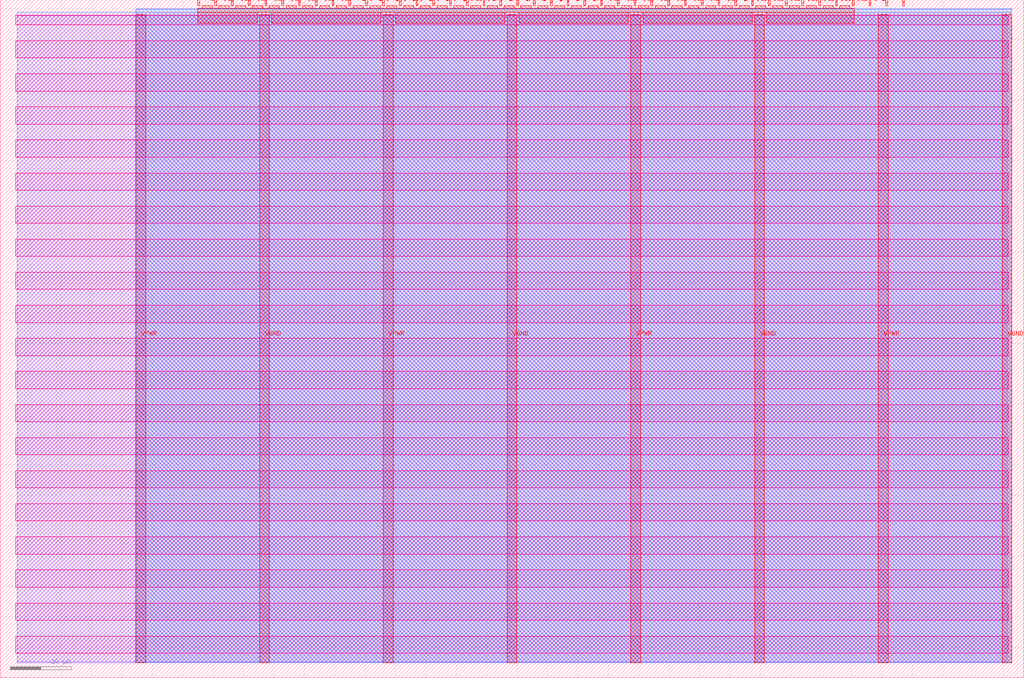
<source format=lef>
VERSION 5.7 ;
  NOWIREEXTENSIONATPIN ON ;
  DIVIDERCHAR "/" ;
  BUSBITCHARS "[]" ;
MACRO tt_um_wokwi_380145600224164865
  CLASS BLOCK ;
  FOREIGN tt_um_wokwi_380145600224164865 ;
  ORIGIN 0.000 0.000 ;
  SIZE 168.360 BY 111.520 ;
  PIN VGND
    DIRECTION INOUT ;
    USE GROUND ;
    PORT
      LAYER met4 ;
        RECT 42.670 2.480 44.270 109.040 ;
    END
    PORT
      LAYER met4 ;
        RECT 83.380 2.480 84.980 109.040 ;
    END
    PORT
      LAYER met4 ;
        RECT 124.090 2.480 125.690 109.040 ;
    END
    PORT
      LAYER met4 ;
        RECT 164.800 2.480 166.400 109.040 ;
    END
  END VGND
  PIN VPWR
    DIRECTION INOUT ;
    USE POWER ;
    PORT
      LAYER met4 ;
        RECT 22.315 2.480 23.915 109.040 ;
    END
    PORT
      LAYER met4 ;
        RECT 63.025 2.480 64.625 109.040 ;
    END
    PORT
      LAYER met4 ;
        RECT 103.735 2.480 105.335 109.040 ;
    END
    PORT
      LAYER met4 ;
        RECT 144.445 2.480 146.045 109.040 ;
    END
  END VPWR
  PIN clk
    DIRECTION INPUT ;
    USE SIGNAL ;
    PORT
      LAYER met4 ;
        RECT 145.670 110.520 145.970 111.520 ;
    END
  END clk
  PIN ena
    DIRECTION INPUT ;
    USE SIGNAL ;
    PORT
      LAYER met4 ;
        RECT 148.430 110.520 148.730 111.520 ;
    END
  END ena
  PIN rst_n
    DIRECTION INPUT ;
    USE SIGNAL ;
    PORT
      LAYER met4 ;
        RECT 142.910 110.520 143.210 111.520 ;
    END
  END rst_n
  PIN ui_in[0]
    DIRECTION INPUT ;
    USE SIGNAL ;
    ANTENNAGATEAREA 0.196500 ;
    PORT
      LAYER met4 ;
        RECT 140.150 110.520 140.450 111.520 ;
    END
  END ui_in[0]
  PIN ui_in[1]
    DIRECTION INPUT ;
    USE SIGNAL ;
    ANTENNAGATEAREA 0.213000 ;
    PORT
      LAYER met4 ;
        RECT 137.390 110.520 137.690 111.520 ;
    END
  END ui_in[1]
  PIN ui_in[2]
    DIRECTION INPUT ;
    USE SIGNAL ;
    ANTENNAGATEAREA 0.213000 ;
    PORT
      LAYER met4 ;
        RECT 134.630 110.520 134.930 111.520 ;
    END
  END ui_in[2]
  PIN ui_in[3]
    DIRECTION INPUT ;
    USE SIGNAL ;
    ANTENNAGATEAREA 0.213000 ;
    PORT
      LAYER met4 ;
        RECT 131.870 110.520 132.170 111.520 ;
    END
  END ui_in[3]
  PIN ui_in[4]
    DIRECTION INPUT ;
    USE SIGNAL ;
    PORT
      LAYER met4 ;
        RECT 129.110 110.520 129.410 111.520 ;
    END
  END ui_in[4]
  PIN ui_in[5]
    DIRECTION INPUT ;
    USE SIGNAL ;
    PORT
      LAYER met4 ;
        RECT 126.350 110.520 126.650 111.520 ;
    END
  END ui_in[5]
  PIN ui_in[6]
    DIRECTION INPUT ;
    USE SIGNAL ;
    PORT
      LAYER met4 ;
        RECT 123.590 110.520 123.890 111.520 ;
    END
  END ui_in[6]
  PIN ui_in[7]
    DIRECTION INPUT ;
    USE SIGNAL ;
    PORT
      LAYER met4 ;
        RECT 120.830 110.520 121.130 111.520 ;
    END
  END ui_in[7]
  PIN uio_in[0]
    DIRECTION INPUT ;
    USE SIGNAL ;
    PORT
      LAYER met4 ;
        RECT 118.070 110.520 118.370 111.520 ;
    END
  END uio_in[0]
  PIN uio_in[1]
    DIRECTION INPUT ;
    USE SIGNAL ;
    PORT
      LAYER met4 ;
        RECT 115.310 110.520 115.610 111.520 ;
    END
  END uio_in[1]
  PIN uio_in[2]
    DIRECTION INPUT ;
    USE SIGNAL ;
    PORT
      LAYER met4 ;
        RECT 112.550 110.520 112.850 111.520 ;
    END
  END uio_in[2]
  PIN uio_in[3]
    DIRECTION INPUT ;
    USE SIGNAL ;
    PORT
      LAYER met4 ;
        RECT 109.790 110.520 110.090 111.520 ;
    END
  END uio_in[3]
  PIN uio_in[4]
    DIRECTION INPUT ;
    USE SIGNAL ;
    PORT
      LAYER met4 ;
        RECT 107.030 110.520 107.330 111.520 ;
    END
  END uio_in[4]
  PIN uio_in[5]
    DIRECTION INPUT ;
    USE SIGNAL ;
    PORT
      LAYER met4 ;
        RECT 104.270 110.520 104.570 111.520 ;
    END
  END uio_in[5]
  PIN uio_in[6]
    DIRECTION INPUT ;
    USE SIGNAL ;
    PORT
      LAYER met4 ;
        RECT 101.510 110.520 101.810 111.520 ;
    END
  END uio_in[6]
  PIN uio_in[7]
    DIRECTION INPUT ;
    USE SIGNAL ;
    PORT
      LAYER met4 ;
        RECT 98.750 110.520 99.050 111.520 ;
    END
  END uio_in[7]
  PIN uio_oe[0]
    DIRECTION OUTPUT TRISTATE ;
    USE SIGNAL ;
    PORT
      LAYER met4 ;
        RECT 51.830 110.520 52.130 111.520 ;
    END
  END uio_oe[0]
  PIN uio_oe[1]
    DIRECTION OUTPUT TRISTATE ;
    USE SIGNAL ;
    PORT
      LAYER met4 ;
        RECT 49.070 110.520 49.370 111.520 ;
    END
  END uio_oe[1]
  PIN uio_oe[2]
    DIRECTION OUTPUT TRISTATE ;
    USE SIGNAL ;
    PORT
      LAYER met4 ;
        RECT 46.310 110.520 46.610 111.520 ;
    END
  END uio_oe[2]
  PIN uio_oe[3]
    DIRECTION OUTPUT TRISTATE ;
    USE SIGNAL ;
    PORT
      LAYER met4 ;
        RECT 43.550 110.520 43.850 111.520 ;
    END
  END uio_oe[3]
  PIN uio_oe[4]
    DIRECTION OUTPUT TRISTATE ;
    USE SIGNAL ;
    PORT
      LAYER met4 ;
        RECT 40.790 110.520 41.090 111.520 ;
    END
  END uio_oe[4]
  PIN uio_oe[5]
    DIRECTION OUTPUT TRISTATE ;
    USE SIGNAL ;
    PORT
      LAYER met4 ;
        RECT 38.030 110.520 38.330 111.520 ;
    END
  END uio_oe[5]
  PIN uio_oe[6]
    DIRECTION OUTPUT TRISTATE ;
    USE SIGNAL ;
    PORT
      LAYER met4 ;
        RECT 35.270 110.520 35.570 111.520 ;
    END
  END uio_oe[6]
  PIN uio_oe[7]
    DIRECTION OUTPUT TRISTATE ;
    USE SIGNAL ;
    PORT
      LAYER met4 ;
        RECT 32.510 110.520 32.810 111.520 ;
    END
  END uio_oe[7]
  PIN uio_out[0]
    DIRECTION OUTPUT TRISTATE ;
    USE SIGNAL ;
    PORT
      LAYER met4 ;
        RECT 73.910 110.520 74.210 111.520 ;
    END
  END uio_out[0]
  PIN uio_out[1]
    DIRECTION OUTPUT TRISTATE ;
    USE SIGNAL ;
    PORT
      LAYER met4 ;
        RECT 71.150 110.520 71.450 111.520 ;
    END
  END uio_out[1]
  PIN uio_out[2]
    DIRECTION OUTPUT TRISTATE ;
    USE SIGNAL ;
    PORT
      LAYER met4 ;
        RECT 68.390 110.520 68.690 111.520 ;
    END
  END uio_out[2]
  PIN uio_out[3]
    DIRECTION OUTPUT TRISTATE ;
    USE SIGNAL ;
    PORT
      LAYER met4 ;
        RECT 65.630 110.520 65.930 111.520 ;
    END
  END uio_out[3]
  PIN uio_out[4]
    DIRECTION OUTPUT TRISTATE ;
    USE SIGNAL ;
    PORT
      LAYER met4 ;
        RECT 62.870 110.520 63.170 111.520 ;
    END
  END uio_out[4]
  PIN uio_out[5]
    DIRECTION OUTPUT TRISTATE ;
    USE SIGNAL ;
    PORT
      LAYER met4 ;
        RECT 60.110 110.520 60.410 111.520 ;
    END
  END uio_out[5]
  PIN uio_out[6]
    DIRECTION OUTPUT TRISTATE ;
    USE SIGNAL ;
    PORT
      LAYER met4 ;
        RECT 57.350 110.520 57.650 111.520 ;
    END
  END uio_out[6]
  PIN uio_out[7]
    DIRECTION OUTPUT TRISTATE ;
    USE SIGNAL ;
    PORT
      LAYER met4 ;
        RECT 54.590 110.520 54.890 111.520 ;
    END
  END uio_out[7]
  PIN uo_out[0]
    DIRECTION OUTPUT TRISTATE ;
    USE SIGNAL ;
    ANTENNADIFFAREA 0.795200 ;
    PORT
      LAYER met4 ;
        RECT 95.990 110.520 96.290 111.520 ;
    END
  END uo_out[0]
  PIN uo_out[1]
    DIRECTION OUTPUT TRISTATE ;
    USE SIGNAL ;
    ANTENNADIFFAREA 0.445500 ;
    PORT
      LAYER met4 ;
        RECT 93.230 110.520 93.530 111.520 ;
    END
  END uo_out[1]
  PIN uo_out[2]
    DIRECTION OUTPUT TRISTATE ;
    USE SIGNAL ;
    ANTENNADIFFAREA 0.445500 ;
    PORT
      LAYER met4 ;
        RECT 90.470 110.520 90.770 111.520 ;
    END
  END uo_out[2]
  PIN uo_out[3]
    DIRECTION OUTPUT TRISTATE ;
    USE SIGNAL ;
    ANTENNADIFFAREA 0.445500 ;
    PORT
      LAYER met4 ;
        RECT 87.710 110.520 88.010 111.520 ;
    END
  END uo_out[3]
  PIN uo_out[4]
    DIRECTION OUTPUT TRISTATE ;
    USE SIGNAL ;
    ANTENNADIFFAREA 0.445500 ;
    PORT
      LAYER met4 ;
        RECT 84.950 110.520 85.250 111.520 ;
    END
  END uo_out[4]
  PIN uo_out[5]
    DIRECTION OUTPUT TRISTATE ;
    USE SIGNAL ;
    ANTENNADIFFAREA 0.795200 ;
    PORT
      LAYER met4 ;
        RECT 82.190 110.520 82.490 111.520 ;
    END
  END uo_out[5]
  PIN uo_out[6]
    DIRECTION OUTPUT TRISTATE ;
    USE SIGNAL ;
    ANTENNADIFFAREA 0.445500 ;
    PORT
      LAYER met4 ;
        RECT 79.430 110.520 79.730 111.520 ;
    END
  END uo_out[6]
  PIN uo_out[7]
    DIRECTION OUTPUT TRISTATE ;
    USE SIGNAL ;
    PORT
      LAYER met4 ;
        RECT 76.670 110.520 76.970 111.520 ;
    END
  END uo_out[7]
  OBS
      LAYER nwell ;
        RECT 2.570 107.385 165.790 108.990 ;
        RECT 2.570 101.945 165.790 104.775 ;
        RECT 2.570 96.505 165.790 99.335 ;
        RECT 2.570 91.065 165.790 93.895 ;
        RECT 2.570 85.625 165.790 88.455 ;
        RECT 2.570 80.185 165.790 83.015 ;
        RECT 2.570 74.745 165.790 77.575 ;
        RECT 2.570 69.305 165.790 72.135 ;
        RECT 2.570 63.865 165.790 66.695 ;
        RECT 2.570 58.425 165.790 61.255 ;
        RECT 2.570 52.985 165.790 55.815 ;
        RECT 2.570 47.545 165.790 50.375 ;
        RECT 2.570 42.105 165.790 44.935 ;
        RECT 2.570 36.665 165.790 39.495 ;
        RECT 2.570 31.225 165.790 34.055 ;
        RECT 2.570 25.785 165.790 28.615 ;
        RECT 2.570 20.345 165.790 23.175 ;
        RECT 2.570 14.905 165.790 17.735 ;
        RECT 2.570 9.465 165.790 12.295 ;
        RECT 2.570 4.025 165.790 6.855 ;
      LAYER li1 ;
        RECT 2.760 2.635 165.600 108.885 ;
      LAYER met1 ;
        RECT 2.760 2.480 166.400 109.440 ;
      LAYER met2 ;
        RECT 22.345 2.535 166.370 110.005 ;
      LAYER met3 ;
        RECT 22.325 2.555 166.390 109.985 ;
      LAYER met4 ;
        RECT 33.210 110.120 34.870 110.520 ;
        RECT 35.970 110.120 37.630 110.520 ;
        RECT 38.730 110.120 40.390 110.520 ;
        RECT 41.490 110.120 43.150 110.520 ;
        RECT 44.250 110.120 45.910 110.520 ;
        RECT 47.010 110.120 48.670 110.520 ;
        RECT 49.770 110.120 51.430 110.520 ;
        RECT 52.530 110.120 54.190 110.520 ;
        RECT 55.290 110.120 56.950 110.520 ;
        RECT 58.050 110.120 59.710 110.520 ;
        RECT 60.810 110.120 62.470 110.520 ;
        RECT 63.570 110.120 65.230 110.520 ;
        RECT 66.330 110.120 67.990 110.520 ;
        RECT 69.090 110.120 70.750 110.520 ;
        RECT 71.850 110.120 73.510 110.520 ;
        RECT 74.610 110.120 76.270 110.520 ;
        RECT 77.370 110.120 79.030 110.520 ;
        RECT 80.130 110.120 81.790 110.520 ;
        RECT 82.890 110.120 84.550 110.520 ;
        RECT 85.650 110.120 87.310 110.520 ;
        RECT 88.410 110.120 90.070 110.520 ;
        RECT 91.170 110.120 92.830 110.520 ;
        RECT 93.930 110.120 95.590 110.520 ;
        RECT 96.690 110.120 98.350 110.520 ;
        RECT 99.450 110.120 101.110 110.520 ;
        RECT 102.210 110.120 103.870 110.520 ;
        RECT 104.970 110.120 106.630 110.520 ;
        RECT 107.730 110.120 109.390 110.520 ;
        RECT 110.490 110.120 112.150 110.520 ;
        RECT 113.250 110.120 114.910 110.520 ;
        RECT 116.010 110.120 117.670 110.520 ;
        RECT 118.770 110.120 120.430 110.520 ;
        RECT 121.530 110.120 123.190 110.520 ;
        RECT 124.290 110.120 125.950 110.520 ;
        RECT 127.050 110.120 128.710 110.520 ;
        RECT 129.810 110.120 131.470 110.520 ;
        RECT 132.570 110.120 134.230 110.520 ;
        RECT 135.330 110.120 136.990 110.520 ;
        RECT 138.090 110.120 139.750 110.520 ;
        RECT 32.495 109.440 140.465 110.120 ;
        RECT 32.495 107.615 42.270 109.440 ;
        RECT 44.670 107.615 62.625 109.440 ;
        RECT 65.025 107.615 82.980 109.440 ;
        RECT 85.380 107.615 103.335 109.440 ;
        RECT 105.735 107.615 123.690 109.440 ;
        RECT 126.090 107.615 140.465 109.440 ;
  END
END tt_um_wokwi_380145600224164865
END LIBRARY


</source>
